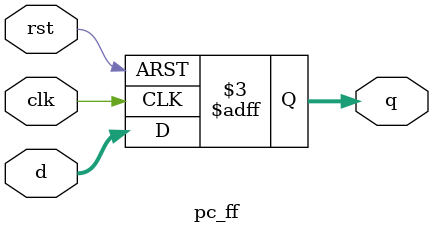
<source format=v>

module pc_ff (
    input clk, rst,
    input [31:0] d,
    // input pc_enable,

    output reg [31:0] q // for IAD
);

    always @(posedge clk or negedge rst) begin
        if(!rst) begin // negativeでリセット
            q <= 32'h1_0000; // Imam.dat記載のpcの初期値
        end
        else //if (pc_enable) begin //pc_enableはload_waitアリの時。
            q <= d;
        //end // ここでpc_enableが0の時はq(pcnext or pc+4)を更新しない
    end
endmodule

</source>
